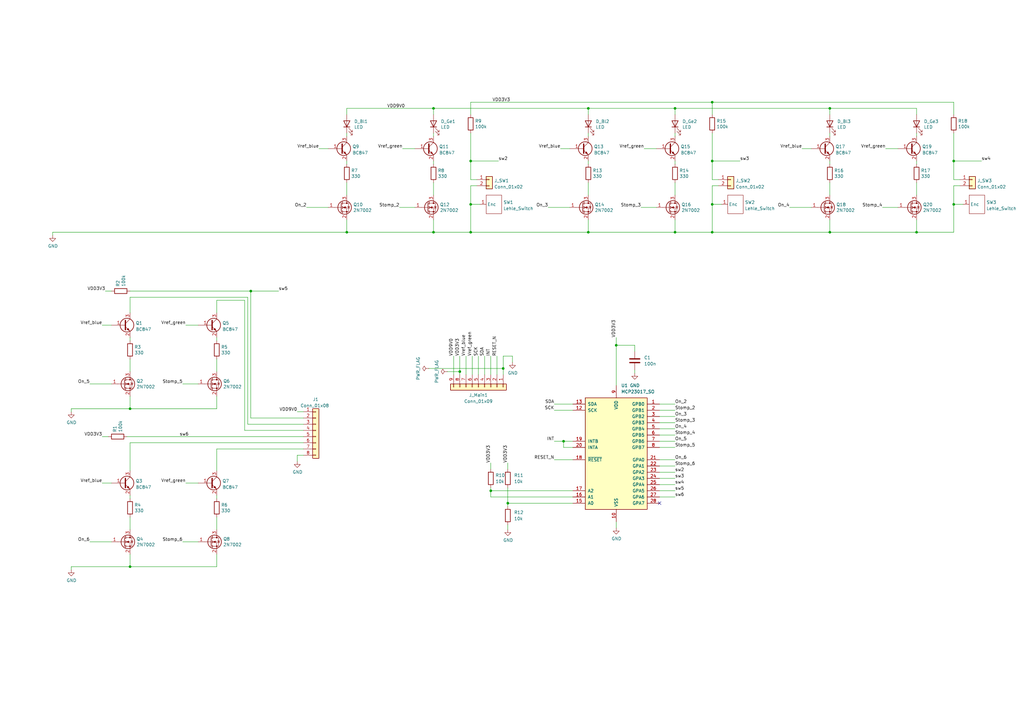
<source format=kicad_sch>
(kicad_sch (version 20211123) (generator eeschema)
  (paper "A3")
  (lib_symbols
    (symbol "Connector_Generic:Conn_01x02" (pin_names (offset 1.016) hide)
      (property "Reference" "J" (at 0 2.54 0))
      (property "Value" "Conn_01x02" (at 0 -5.08 0))
      (symbol "Conn_01x02_1_1"
        (rectangle (start -1.27 -2.413) (end 0 -2.667) (stroke (width 0.1524)))
        (rectangle (start -1.27 0.127) (end 0 -0.127) (stroke (width 0.1524)))
        (rectangle (start -1.27 1.27) (end 1.27 -3.81) (stroke (width 0.254)) (fill (type background)))
        (pin passive line (at -5.08 0 0) (length 3.81) (name "Pin_1") (number "1"))
        (pin passive line (at -5.08 -2.54 0) (length 3.81) (name "Pin_2") (number "2"))
      )
    )
    (symbol "Connector_Generic:Conn_01x08" (pin_names (offset 1.016) hide)
      (property "Reference" "J" (at 0 10.16 0))
      (property "Value" "Conn_01x08" (at 0 -12.7 0))
      (symbol "Conn_01x08_1_1"
        (rectangle (start -1.27 -10.033) (end 0 -10.287) (stroke (width 0.1524)))
        (rectangle (start -1.27 -7.493) (end 0 -7.747) (stroke (width 0.1524)))
        (rectangle (start -1.27 -4.953) (end 0 -5.207) (stroke (width 0.1524)))
        (rectangle (start -1.27 -2.413) (end 0 -2.667) (stroke (width 0.1524)))
        (rectangle (start -1.27 0.127) (end 0 -0.127) (stroke (width 0.1524)))
        (rectangle (start -1.27 2.667) (end 0 2.413) (stroke (width 0.1524)))
        (rectangle (start -1.27 5.207) (end 0 4.953) (stroke (width 0.1524)))
        (rectangle (start -1.27 7.747) (end 0 7.493) (stroke (width 0.1524)))
        (rectangle (start -1.27 8.89) (end 1.27 -11.43) (stroke (width 0.254)) (fill (type background)))
        (pin passive line (at -5.08 7.62 0) (length 3.81) (name "Pin_1") (number "1"))
        (pin passive line (at -5.08 5.08 0) (length 3.81) (name "Pin_2") (number "2"))
        (pin passive line (at -5.08 2.54 0) (length 3.81) (name "Pin_3") (number "3"))
        (pin passive line (at -5.08 0 0) (length 3.81) (name "Pin_4") (number "4"))
        (pin passive line (at -5.08 -2.54 0) (length 3.81) (name "Pin_5") (number "5"))
        (pin passive line (at -5.08 -5.08 0) (length 3.81) (name "Pin_6") (number "6"))
        (pin passive line (at -5.08 -7.62 0) (length 3.81) (name "Pin_7") (number "7"))
        (pin passive line (at -5.08 -10.16 0) (length 3.81) (name "Pin_8") (number "8"))
      )
    )
    (symbol "Connector_Generic:Conn_01x09" (pin_names (offset 1.016) hide)
      (property "Reference" "J" (at 0 12.7 0))
      (property "Value" "Conn_01x09" (at 0 -12.7 0))
      (symbol "Conn_01x09_1_1"
        (rectangle (start -1.27 -10.033) (end 0 -10.287) (stroke (width 0.1524)))
        (rectangle (start -1.27 -7.493) (end 0 -7.747) (stroke (width 0.1524)))
        (rectangle (start -1.27 -4.953) (end 0 -5.207) (stroke (width 0.1524)))
        (rectangle (start -1.27 -2.413) (end 0 -2.667) (stroke (width 0.1524)))
        (rectangle (start -1.27 0.127) (end 0 -0.127) (stroke (width 0.1524)))
        (rectangle (start -1.27 2.667) (end 0 2.413) (stroke (width 0.1524)))
        (rectangle (start -1.27 5.207) (end 0 4.953) (stroke (width 0.1524)))
        (rectangle (start -1.27 7.747) (end 0 7.493) (stroke (width 0.1524)))
        (rectangle (start -1.27 10.287) (end 0 10.033) (stroke (width 0.1524)))
        (rectangle (start -1.27 11.43) (end 1.27 -11.43) (stroke (width 0.254)) (fill (type background)))
        (pin passive line (at -5.08 10.16 0) (length 3.81) (name "Pin_1") (number "1"))
        (pin passive line (at -5.08 7.62 0) (length 3.81) (name "Pin_2") (number "2"))
        (pin passive line (at -5.08 5.08 0) (length 3.81) (name "Pin_3") (number "3"))
        (pin passive line (at -5.08 2.54 0) (length 3.81) (name "Pin_4") (number "4"))
        (pin passive line (at -5.08 0 0) (length 3.81) (name "Pin_5") (number "5"))
        (pin passive line (at -5.08 -2.54 0) (length 3.81) (name "Pin_6") (number "6"))
        (pin passive line (at -5.08 -5.08 0) (length 3.81) (name "Pin_7") (number "7"))
        (pin passive line (at -5.08 -7.62 0) (length 3.81) (name "Pin_8") (number "8"))
        (pin passive line (at -5.08 -10.16 0) (length 3.81) (name "Pin_9") (number "9"))
      )
    )
    (symbol "Device:C" (pin_numbers hide) (pin_names (offset 0.254))
      (property "Reference" "C" (at 0.635 2.54 0))
      (property "Value" "C" (at 0.635 -2.54 0))
      (symbol "C_0_1"
        (polyline (pts (xy -2.032 -0.762) (xy 2.032 -0.762)) (stroke (width 0.508)))
        (polyline (pts (xy -2.032 0.762) (xy 2.032 0.762)) (stroke (width 0.508)))
      )
      (symbol "C_1_1"
        (pin passive line (at 0 3.81 270) (length 2.794) (name "~") (number "1"))
        (pin passive line (at 0 -3.81 90) (length 2.794) (name "~") (number "2"))
      )
    )
    (symbol "Device:LED" (pin_numbers hide) (pin_names (offset 1.016) hide)
      (property "Reference" "D" (at 0 2.54 0))
      (property "Value" "LED" (at 0 -2.54 0))
      (symbol "LED_0_1"
        (polyline (pts (xy -1.27 -1.27) (xy -1.27 1.27)) (stroke (width 0.254)))
        (polyline (pts (xy -1.27 0) (xy 1.27 0)))
        (polyline (pts (xy 1.27 -1.27) (xy 1.27 1.27) (xy -1.27 0) (xy 1.27 -1.27)) (stroke (width 0.254)))
        (polyline (pts (xy -3.048 -0.762) (xy -4.572 -2.286) (xy -3.81 -2.286) (xy -4.572 -2.286) (xy -4.572 -1.524)))
        (polyline (pts (xy -1.778 -0.762) (xy -3.302 -2.286) (xy -2.54 -2.286) (xy -3.302 -2.286) (xy -3.302 -1.524)))
      )
      (symbol "LED_1_1"
        (pin passive line (at -3.81 0 0) (length 2.54) (name "K") (number "1"))
        (pin passive line (at 3.81 0 180) (length 2.54) (name "A") (number "2"))
      )
    )
    (symbol "Device:R" (pin_numbers hide) (pin_names (offset 0))
      (property "Reference" "R" (at 2.032 0 90))
      (property "Value" "R" (at 0 0 90))
      (symbol "R_0_1"
        (rectangle (start -1.016 -2.54) (end 1.016 2.54) (stroke (width 0.254)))
      )
      (symbol "R_1_1"
        (pin passive line (at 0 3.81 270) (length 1.27) (name "~") (number "1"))
        (pin passive line (at 0 -3.81 90) (length 1.27) (name "~") (number "2"))
      )
    )
    (symbol "Interface_Expansion:MCP23017_SO" (pin_names (offset 1.016))
      (property "Reference" "U" (at -11.43 24.13 0))
      (property "Value" "MCP23017_SO" (at 0 0 0))
      (symbol "MCP23017_SO_0_1"
        (rectangle (start -12.7 22.86) (end 12.7 -22.86) (stroke (width 0.254)) (fill (type background)))
      )
      (symbol "MCP23017_SO_1_1"
        (pin bidirectional line (at 17.78 20.32 180) (length 5.08) (name "GPB0") (number "1"))
        (pin power_in line (at 0 -27.94 90) (length 5.08) (name "VSS") (number "10"))
        (pin no_connect line (at -12.7 15.24 0) (length 5.08) hide (name "NC") (number "11"))
        (pin input line (at -17.78 17.78 0) (length 5.08) (name "SCK") (number "12"))
        (pin bidirectional line (at -17.78 20.32 0) (length 5.08) (name "SDA") (number "13"))
        (pin no_connect line (at -12.7 12.7 0) (length 5.08) hide (name "NC") (number "14"))
        (pin input line (at -17.78 -20.32 0) (length 5.08) (name "A0") (number "15"))
        (pin input line (at -17.78 -17.78 0) (length 5.08) (name "A1") (number "16"))
        (pin input line (at -17.78 -15.24 0) (length 5.08) (name "A2") (number "17"))
        (pin input line (at -17.78 -2.54 0) (length 5.08) (name "~{RESET}") (number "18"))
        (pin tri_state line (at -17.78 5.08 0) (length 5.08) (name "INTB") (number "19"))
        (pin bidirectional line (at 17.78 17.78 180) (length 5.08) (name "GPB1") (number "2"))
        (pin tri_state line (at -17.78 2.54 0) (length 5.08) (name "INTA") (number "20"))
        (pin bidirectional line (at 17.78 -2.54 180) (length 5.08) (name "GPA0") (number "21"))
        (pin bidirectional line (at 17.78 -5.08 180) (length 5.08) (name "GPA1") (number "22"))
        (pin bidirectional line (at 17.78 -7.62 180) (length 5.08) (name "GPA2") (number "23"))
        (pin bidirectional line (at 17.78 -10.16 180) (length 5.08) (name "GPA3") (number "24"))
        (pin bidirectional line (at 17.78 -12.7 180) (length 5.08) (name "GPA4") (number "25"))
        (pin bidirectional line (at 17.78 -15.24 180) (length 5.08) (name "GPA5") (number "26"))
        (pin bidirectional line (at 17.78 -17.78 180) (length 5.08) (name "GPA6") (number "27"))
        (pin bidirectional line (at 17.78 -20.32 180) (length 5.08) (name "GPA7") (number "28"))
        (pin bidirectional line (at 17.78 15.24 180) (length 5.08) (name "GPB2") (number "3"))
        (pin bidirectional line (at 17.78 12.7 180) (length 5.08) (name "GPB3") (number "4"))
        (pin bidirectional line (at 17.78 10.16 180) (length 5.08) (name "GPB4") (number "5"))
        (pin bidirectional line (at 17.78 7.62 180) (length 5.08) (name "GPB5") (number "6"))
        (pin bidirectional line (at 17.78 5.08 180) (length 5.08) (name "GPB6") (number "7"))
        (pin bidirectional line (at 17.78 2.54 180) (length 5.08) (name "GPB7") (number "8"))
        (pin power_in line (at 0 27.94 270) (length 5.08) (name "VDD") (number "9"))
      )
    )
    (symbol "KiCad_Libs:Lehle_Switch"
      (property "Reference" "SW" (at 11.43 0 0))
      (property "Value" "Lehle_Switch" (at 15.24 2.54 0))
      (symbol "Lehle_Switch_0_1"
        (rectangle (start 2.54 3.81) (end 8.89 -3.81) (stroke (width 0.1524)))
      )
      (symbol "Lehle_Switch_1_1"
        (pin input line (at 0 0 0) (length 2.54) (name "Enc") (number "1"))
      )
    )
    (symbol "Transistor_BJT:BC847" (pin_names (offset 0) hide)
      (property "Reference" "Q" (at 5.08 1.905 0))
      (property "Value" "BC847" (at 5.08 0 0))
      (symbol "BC847_0_1"
        (polyline (pts (xy 0.635 0.635) (xy 2.54 2.54)))
        (polyline (pts (xy 0.635 -0.635) (xy 2.54 -2.54) (xy 2.54 -2.54)))
        (polyline (pts (xy 0.635 1.905) (xy 0.635 -1.905) (xy 0.635 -1.905)) (stroke (width 0.508)))
        (polyline (pts (xy 1.27 -1.778) (xy 1.778 -1.27) (xy 2.286 -2.286) (xy 1.27 -1.778) (xy 1.27 -1.778)) (fill (type outline)))
        (circle (center 1.27 0) (radius 2.8194) (stroke (width 0.254)))
      )
      (symbol "BC847_1_1"
        (pin input line (at -5.08 0 0) (length 5.715) (name "B") (number "1"))
        (pin passive line (at 2.54 -5.08 90) (length 2.54) (name "E") (number "2"))
        (pin passive line (at 2.54 5.08 270) (length 2.54) (name "C") (number "3"))
      )
    )
    (symbol "Transistor_FET:2N7002" (pin_names hide)
      (property "Reference" "Q" (at 5.08 1.905 0))
      (property "Value" "2N7002" (at 5.08 0 0))
      (symbol "2N7002_0_1"
        (polyline (pts (xy 0.254 0) (xy -2.54 0)))
        (polyline (pts (xy 0.254 1.905) (xy 0.254 -1.905)) (stroke (width 0.254)))
        (polyline (pts (xy 0.762 -1.27) (xy 0.762 -2.286)) (stroke (width 0.254)))
        (polyline (pts (xy 0.762 0.508) (xy 0.762 -0.508)) (stroke (width 0.254)))
        (polyline (pts (xy 0.762 2.286) (xy 0.762 1.27)) (stroke (width 0.254)))
        (polyline (pts (xy 2.54 2.54) (xy 2.54 1.778)))
        (polyline (pts (xy 2.54 -2.54) (xy 2.54 0) (xy 0.762 0)))
        (polyline (pts (xy 0.762 -1.778) (xy 3.302 -1.778) (xy 3.302 1.778) (xy 0.762 1.778)))
        (polyline (pts (xy 1.016 0) (xy 2.032 0.381) (xy 2.032 -0.381) (xy 1.016 0)) (fill (type outline)))
        (polyline (pts (xy 2.794 0.508) (xy 2.921 0.381) (xy 3.683 0.381) (xy 3.81 0.254)))
        (polyline (pts (xy 3.302 0.381) (xy 2.921 -0.254) (xy 3.683 -0.254) (xy 3.302 0.381)))
        (circle (center 1.651 0) (radius 2.794) (stroke (width 0.254)))
        (circle (center 2.54 -1.778) (radius 0.254) (fill (type outline)))
        (circle (center 2.54 1.778) (radius 0.254) (fill (type outline)))
      )
      (symbol "2N7002_1_1"
        (pin input line (at -5.08 0 0) (length 2.54) (name "G") (number "1"))
        (pin passive line (at 2.54 -5.08 90) (length 2.54) (name "S") (number "2"))
        (pin passive line (at 2.54 5.08 270) (length 2.54) (name "D") (number "3"))
      )
    )
    (symbol "power:GND" (power) (pin_names (offset 0))
      (property "Value" "GND" (at 0 -3.81 0))
      (symbol "GND_0_1"
        (polyline (pts (xy 0 0) (xy 0 -1.27) (xy 1.27 -1.27) (xy 0 -2.54) (xy -1.27 -1.27) (xy 0 -1.27)))
      )
      (symbol "GND_1_1"
        (pin power_in line (at 0 0 270) (length 0) hide (name "GND") (number "1"))
      )
    )
    (symbol "power:PWR_FLAG" (power) (pin_numbers hide) (pin_names (offset 0) hide)
      (property "Value" "PWR_FLAG" (at 0 3.81 0))
      (symbol "PWR_FLAG_0_0"
        (pin power_out line (at 0 0 90) (length 0) (name "pwr") (number "1"))
      )
      (symbol "PWR_FLAG_0_1"
        (polyline (pts (xy 0 0) (xy 0 1.27) (xy -1.016 1.905) (xy 0 2.54) (xy 1.016 1.905) (xy 0 1.27)))
      )
    )
  )
  (junction (at 206.375 151.13))
  (junction (at 231.14 180.975))
  (junction (at 193.04 66.04))
  (junction (at 102.87 119.38))
  (junction (at 340.36 44.45))
  (junction (at 193.04 83.82))
  (junction (at 292.1 83.82))
  (junction (at 193.04 95.25))
  (junction (at 340.36 95.25))
  (junction (at 208.28 206.375))
  (junction (at 241.3 95.25))
  (junction (at 391.16 83.82))
  (junction (at 188.595 152.4))
  (junction (at 177.8 95.25))
  (junction (at 53.34 167.64))
  (junction (at 252.73 141.605))
  (junction (at 292.1 66.04))
  (junction (at 241.3 44.45))
  (junction (at 292.1 95.25))
  (junction (at 292.1 41.91))
  (junction (at 201.295 201.295))
  (junction (at 391.16 66.04))
  (junction (at 276.86 95.25))
  (junction (at 177.8 44.45))
  (junction (at 142.24 95.25))
  (junction (at 276.86 44.45))
  (junction (at 53.34 232.41))
  (junction (at 375.92 95.25))
  (no_connect (at 270.51 206.375))
  (wire (pts (xy 100.33 123.19) (xy 100.33 176.53)))
  (wire (pts (xy 121.92 186.69) (xy 124.46 186.69)))
  (wire (pts (xy 391.16 73.66) (xy 393.7 73.66)))
  (wire (pts (xy 193.675 146.05) (xy 193.675 153.67)))
  (wire (pts (xy 241.3 44.45) (xy 241.3 46.99)))
  (wire (pts (xy 292.1 41.91) (xy 391.16 41.91)))
  (wire (pts (xy 264.16 60.96) (xy 269.24 60.96)))
  (wire (pts (xy 224.79 85.09) (xy 233.68 85.09)))
  (wire (pts (xy 193.04 76.2) (xy 193.04 83.82)))
  (wire (pts (xy 391.16 83.82) (xy 391.16 95.25)))
  (wire (pts (xy 193.04 83.82) (xy 196.85 83.82)))
  (wire (pts (xy 177.8 54.61) (xy 177.8 55.88)))
  (wire (pts (xy 88.9 184.15) (xy 88.9 193.04)))
  (wire (pts (xy 323.85 85.09) (xy 332.74 85.09)))
  (wire (pts (xy 270.51 178.435) (xy 276.86 178.435)))
  (wire (pts (xy 53.34 232.41) (xy 88.9 232.41)))
  (wire (pts (xy 292.1 46.99) (xy 292.1 41.91)))
  (wire (pts (xy 276.86 198.755) (xy 270.51 198.755)))
  (wire (pts (xy 21.59 96.52) (xy 21.59 95.25)))
  (wire (pts (xy 391.16 54.61) (xy 391.16 66.04)))
  (wire (pts (xy 88.9 147.32) (xy 88.9 152.4)))
  (wire (pts (xy 177.8 66.04) (xy 177.8 67.31)))
  (wire (pts (xy 53.34 147.32) (xy 53.34 152.4)))
  (wire (pts (xy 201.295 200.025) (xy 201.295 201.295)))
  (wire (pts (xy 88.9 227.33) (xy 88.9 232.41)))
  (wire (pts (xy 227.33 188.595) (xy 234.95 188.595)))
  (wire (pts (xy 53.34 181.61) (xy 124.46 181.61)))
  (wire (pts (xy 276.86 193.675) (xy 270.51 193.675)))
  (wire (pts (xy 29.21 167.64) (xy 53.34 167.64)))
  (wire (pts (xy 201.295 189.865) (xy 201.295 192.405)))
  (wire (pts (xy 193.04 66.04) (xy 193.04 73.66)))
  (wire (pts (xy 175.895 151.13) (xy 206.375 151.13)))
  (wire (pts (xy 241.3 74.93) (xy 241.3 80.01)))
  (wire (pts (xy 292.1 66.04) (xy 303.53 66.04)))
  (wire (pts (xy 262.89 85.09) (xy 269.24 85.09)))
  (wire (pts (xy 340.36 46.99) (xy 340.36 44.45)))
  (wire (pts (xy 36.83 157.48) (xy 45.72 157.48)))
  (wire (pts (xy 234.95 201.295) (xy 201.295 201.295)))
  (wire (pts (xy 121.92 168.91) (xy 124.46 168.91)))
  (wire (pts (xy 177.8 46.99) (xy 177.8 44.45)))
  (wire (pts (xy 375.92 66.04) (xy 375.92 67.31)))
  (wire (pts (xy 53.34 212.09) (xy 53.34 217.17)))
  (wire (pts (xy 193.04 95.25) (xy 177.8 95.25)))
  (wire (pts (xy 36.83 222.25) (xy 45.72 222.25)))
  (wire (pts (xy 340.36 95.25) (xy 375.92 95.25)))
  (wire (pts (xy 292.1 83.82) (xy 292.1 95.25)))
  (wire (pts (xy 53.34 119.38) (xy 102.87 119.38)))
  (wire (pts (xy 252.73 138.43) (xy 252.73 141.605)))
  (wire (pts (xy 88.9 203.2) (xy 88.9 204.47)))
  (wire (pts (xy 53.34 121.92) (xy 101.6 121.92)))
  (wire (pts (xy 276.86 74.93) (xy 276.86 80.01)))
  (wire (pts (xy 391.16 66.04) (xy 402.59 66.04)))
  (wire (pts (xy 206.375 151.13) (xy 206.375 153.67)))
  (wire (pts (xy 186.055 146.05) (xy 186.055 153.67)))
  (wire (pts (xy 270.51 183.515) (xy 276.86 183.515)))
  (wire (pts (xy 53.34 121.92) (xy 53.34 128.27)))
  (wire (pts (xy 41.91 133.35) (xy 45.72 133.35)))
  (wire (pts (xy 227.33 165.735) (xy 234.95 165.735)))
  (wire (pts (xy 41.91 179.07) (xy 44.45 179.07)))
  (wire (pts (xy 391.16 76.2) (xy 391.16 83.82)))
  (wire (pts (xy 165.1 60.96) (xy 170.18 60.96)))
  (wire (pts (xy 193.04 41.91) (xy 193.04 46.99)))
  (wire (pts (xy 292.1 76.2) (xy 292.1 83.82)))
  (wire (pts (xy 270.51 188.595) (xy 276.86 188.595)))
  (wire (pts (xy 276.86 201.295) (xy 270.51 201.295)))
  (wire (pts (xy 391.16 41.91) (xy 391.16 46.99)))
  (wire (pts (xy 292.1 95.25) (xy 340.36 95.25)))
  (wire (pts (xy 234.95 203.835) (xy 201.295 203.835)))
  (wire (pts (xy 292.1 54.61) (xy 292.1 66.04)))
  (wire (pts (xy 43.18 119.38) (xy 45.72 119.38)))
  (wire (pts (xy 88.9 123.19) (xy 88.9 128.27)))
  (wire (pts (xy 21.59 95.25) (xy 142.24 95.25)))
  (wire (pts (xy 292.1 66.04) (xy 292.1 73.66)))
  (wire (pts (xy 391.16 83.82) (xy 394.97 83.82)))
  (wire (pts (xy 270.51 175.895) (xy 276.86 175.895)))
  (wire (pts (xy 188.595 152.4) (xy 188.595 153.67)))
  (wire (pts (xy 29.21 233.68) (xy 29.21 232.41)))
  (wire (pts (xy 241.3 95.25) (xy 276.86 95.25)))
  (wire (pts (xy 391.16 66.04) (xy 391.16 73.66)))
  (wire (pts (xy 142.24 90.17) (xy 142.24 95.25)))
  (wire (pts (xy 340.36 44.45) (xy 375.92 44.45)))
  (wire (pts (xy 206.375 146.05) (xy 206.375 151.13)))
  (wire (pts (xy 208.28 215.265) (xy 208.28 217.17)))
  (wire (pts (xy 276.86 90.17) (xy 276.86 95.25)))
  (wire (pts (xy 29.21 168.91) (xy 29.21 167.64)))
  (wire (pts (xy 208.28 189.865) (xy 208.28 192.405)))
  (wire (pts (xy 74.93 157.48) (xy 81.28 157.48)))
  (wire (pts (xy 201.295 201.295) (xy 201.295 203.835)))
  (wire (pts (xy 208.28 206.375) (xy 208.28 207.645)))
  (wire (pts (xy 163.83 85.09) (xy 170.18 85.09)))
  (wire (pts (xy 234.95 183.515) (xy 231.14 183.515)))
  (wire (pts (xy 270.51 168.275) (xy 276.86 168.275)))
  (wire (pts (xy 340.36 66.04) (xy 340.36 67.31)))
  (wire (pts (xy 340.36 54.61) (xy 340.36 55.88)))
  (wire (pts (xy 41.91 198.12) (xy 45.72 198.12)))
  (wire (pts (xy 375.92 74.93) (xy 375.92 80.01)))
  (wire (pts (xy 227.33 180.975) (xy 231.14 180.975)))
  (wire (pts (xy 252.73 141.605) (xy 260.35 141.605)))
  (wire (pts (xy 276.86 46.99) (xy 276.86 44.45)))
  (wire (pts (xy 198.755 146.05) (xy 198.755 153.67)))
  (wire (pts (xy 88.9 162.56) (xy 88.9 167.64)))
  (wire (pts (xy 193.04 83.82) (xy 193.04 95.25)))
  (wire (pts (xy 363.22 60.96) (xy 368.3 60.96)))
  (wire (pts (xy 102.87 119.38) (xy 102.87 171.45)))
  (wire (pts (xy 193.04 41.91) (xy 292.1 41.91)))
  (wire (pts (xy 142.24 54.61) (xy 142.24 55.88)))
  (wire (pts (xy 270.51 191.135) (xy 276.86 191.135)))
  (wire (pts (xy 53.34 203.2) (xy 53.34 204.47)))
  (wire (pts (xy 241.3 44.45) (xy 276.86 44.45)))
  (wire (pts (xy 53.34 162.56) (xy 53.34 167.64)))
  (wire (pts (xy 193.04 54.61) (xy 193.04 66.04)))
  (wire (pts (xy 193.04 95.25) (xy 241.3 95.25)))
  (wire (pts (xy 260.35 144.145) (xy 260.35 141.605)))
  (wire (pts (xy 208.28 200.025) (xy 208.28 206.375)))
  (wire (pts (xy 210.185 148.59) (xy 210.185 146.05)))
  (wire (pts (xy 142.24 46.99) (xy 142.24 44.45)))
  (wire (pts (xy 101.6 121.92) (xy 101.6 173.99)))
  (wire (pts (xy 201.295 146.05) (xy 201.295 153.67)))
  (wire (pts (xy 292.1 83.82) (xy 295.91 83.82)))
  (wire (pts (xy 340.36 74.93) (xy 340.36 80.01)))
  (wire (pts (xy 53.34 227.33) (xy 53.34 232.41)))
  (wire (pts (xy 252.73 216.535) (xy 252.73 213.995)))
  (wire (pts (xy 227.33 168.275) (xy 234.95 168.275)))
  (wire (pts (xy 276.86 203.835) (xy 270.51 203.835)))
  (wire (pts (xy 270.51 173.355) (xy 276.86 173.355)))
  (wire (pts (xy 177.8 44.45) (xy 241.3 44.45)))
  (wire (pts (xy 393.7 76.2) (xy 391.16 76.2)))
  (wire (pts (xy 361.95 85.09) (xy 368.3 85.09)))
  (wire (pts (xy 241.3 66.04) (xy 241.3 67.31)))
  (wire (pts (xy 231.14 180.975) (xy 234.95 180.975)))
  (wire (pts (xy 88.9 123.19) (xy 100.33 123.19)))
  (wire (pts (xy 276.86 44.45) (xy 340.36 44.45)))
  (wire (pts (xy 142.24 95.25) (xy 177.8 95.25)))
  (wire (pts (xy 183.515 152.4) (xy 188.595 152.4)))
  (wire (pts (xy 270.51 170.815) (xy 276.86 170.815)))
  (wire (pts (xy 102.87 171.45) (xy 124.46 171.45)))
  (wire (pts (xy 177.8 74.93) (xy 177.8 80.01)))
  (wire (pts (xy 270.51 165.735) (xy 276.86 165.735)))
  (wire (pts (xy 276.86 66.04) (xy 276.86 67.31)))
  (wire (pts (xy 88.9 138.43) (xy 88.9 139.7)))
  (wire (pts (xy 191.135 146.05) (xy 191.135 153.67)))
  (wire (pts (xy 53.34 138.43) (xy 53.34 139.7)))
  (wire (pts (xy 229.87 60.96) (xy 233.68 60.96)))
  (wire (pts (xy 328.93 60.96) (xy 332.74 60.96)))
  (wire (pts (xy 252.73 141.605) (xy 252.73 158.115)))
  (wire (pts (xy 88.9 184.15) (xy 124.46 184.15)))
  (wire (pts (xy 270.51 180.975) (xy 276.86 180.975)))
  (wire (pts (xy 276.86 196.215) (xy 270.51 196.215)))
  (wire (pts (xy 53.34 167.64) (xy 88.9 167.64)))
  (wire (pts (xy 208.28 206.375) (xy 234.95 206.375)))
  (wire (pts (xy 88.9 212.09) (xy 88.9 217.17)))
  (wire (pts (xy 76.2 133.35) (xy 81.28 133.35)))
  (wire (pts (xy 121.92 189.23) (xy 121.92 186.69)))
  (wire (pts (xy 260.35 153.035) (xy 260.35 151.765)))
  (wire (pts (xy 125.73 85.09) (xy 134.62 85.09)))
  (wire (pts (xy 52.07 179.07) (xy 124.46 179.07)))
  (wire (pts (xy 206.375 146.05) (xy 210.185 146.05)))
  (wire (pts (xy 340.36 90.17) (xy 340.36 95.25)))
  (wire (pts (xy 276.86 54.61) (xy 276.86 55.88)))
  (wire (pts (xy 193.04 66.04) (xy 204.47 66.04)))
  (wire (pts (xy 292.1 73.66) (xy 294.64 73.66)))
  (wire (pts (xy 188.595 146.05) (xy 188.595 152.4)))
  (wire (pts (xy 142.24 66.04) (xy 142.24 67.31)))
  (wire (pts (xy 231.14 180.975) (xy 231.14 183.515)))
  (wire (pts (xy 241.3 54.61) (xy 241.3 55.88)))
  (wire (pts (xy 142.24 74.93) (xy 142.24 80.01)))
  (wire (pts (xy 203.835 146.05) (xy 203.835 153.67)))
  (wire (pts (xy 130.81 60.96) (xy 134.62 60.96)))
  (wire (pts (xy 193.04 73.66) (xy 195.58 73.66)))
  (wire (pts (xy 241.3 90.17) (xy 241.3 95.25)))
  (wire (pts (xy 391.16 95.25) (xy 375.92 95.25)))
  (wire (pts (xy 101.6 173.99) (xy 124.46 173.99)))
  (wire (pts (xy 100.33 176.53) (xy 124.46 176.53)))
  (wire (pts (xy 294.64 76.2) (xy 292.1 76.2)))
  (wire (pts (xy 196.215 146.05) (xy 196.215 153.67)))
  (wire (pts (xy 177.8 90.17) (xy 177.8 95.25)))
  (wire (pts (xy 375.92 90.17) (xy 375.92 95.25)))
  (wire (pts (xy 292.1 95.25) (xy 276.86 95.25)))
  (wire (pts (xy 195.58 76.2) (xy 193.04 76.2)))
  (wire (pts (xy 74.93 222.25) (xy 81.28 222.25)))
  (wire (pts (xy 102.87 119.38) (xy 114.3 119.38)))
  (wire (pts (xy 142.24 44.45) (xy 177.8 44.45)))
  (wire (pts (xy 375.92 54.61) (xy 375.92 55.88)))
  (wire (pts (xy 53.34 181.61) (xy 53.34 193.04)))
  (wire (pts (xy 76.2 198.12) (xy 81.28 198.12)))
  (wire (pts (xy 29.21 232.41) (xy 53.34 232.41)))
  (wire (pts (xy 375.92 44.45) (xy 375.92 46.99)))
  (label "Stomp_6" (at 276.86 191.135 0))
  (label "INT" (at 201.295 146.05 90))
  (label "sw3" (at 276.86 196.215 0))
  (label "sw5" (at 114.3 119.38 0))
  (label "SDA" (at 198.755 146.05 90))
  (label "sw2" (at 276.86 193.675 0))
  (label "VDD9V0" (at 186.055 146.05 90))
  (label "Vref_green" (at 264.16 60.96 180))
  (label "Vref_blue" (at 328.93 60.96 180))
  (label "Vref_blue" (at 41.91 133.35 180))
  (label "Stomp_2" (at 276.86 168.275 0))
  (label "On_4" (at 323.85 85.09 180))
  (label "Vref_green" (at 193.675 146.05 90))
  (label "Vref_green" (at 76.2 133.35 180))
  (label "On_6" (at 276.86 188.595 0))
  (label "On_4" (at 276.86 175.895 0))
  (label "Vref_blue" (at 191.135 146.05 90))
  (label "On_6" (at 36.83 222.25 180))
  (label "sw4" (at 402.59 66.04 0))
  (label "VDD9V0" (at 121.92 168.91 180))
  (label "VDD3V3" (at 208.28 189.865 90))
  (label "sw5" (at 276.86 201.295 0))
  (label "sw6" (at 276.86 203.835 0))
  (label "sw3" (at 303.53 66.04 0))
  (label "Stomp_5" (at 74.93 157.48 180))
  (label "VDD3V3" (at 252.73 138.43 90))
  (label "On_2" (at 276.86 165.735 0))
  (label "VDD3V3" (at 201.93 41.91 0))
  (label "Stomp_6" (at 74.93 222.25 180))
  (label "INT" (at 227.33 180.975 180))
  (label "On_3" (at 224.79 85.09 180))
  (label "Stomp_5" (at 276.86 183.515 0))
  (label "sw4" (at 276.86 198.755 0))
  (label "RESET_N" (at 227.33 188.595 180))
  (label "VDD3V3" (at 43.18 119.38 180))
  (label "sw2" (at 204.47 66.04 0))
  (label "Stomp_4" (at 361.95 85.09 180))
  (label "SCK" (at 227.33 168.275 180))
  (label "Stomp_2" (at 163.83 85.09 180))
  (label "Vref_blue" (at 41.91 198.12 180))
  (label "SDA" (at 227.33 165.735 180))
  (label "Vref_green" (at 363.22 60.96 180))
  (label "SCK" (at 196.215 146.05 90))
  (label "Vref_green" (at 76.2 198.12 180))
  (label "sw6" (at 73.66 179.07 0))
  (label "VDD3V3" (at 201.295 189.865 90))
  (label "RESET_N" (at 203.835 146.05 90))
  (label "Vref_blue" (at 229.87 60.96 180))
  (label "On_3" (at 276.86 170.815 0))
  (label "On_5" (at 36.83 157.48 180))
  (label "VDD3V3" (at 188.595 146.05 90))
  (label "VDD3V3" (at 41.91 179.07 180))
  (label "VDD9V0" (at 158.75 44.45 0))
  (label "On_5" (at 276.86 180.975 0))
  (label "Vref_green" (at 165.1 60.96 180))
  (label "Stomp_4" (at 276.86 178.435 0))
  (label "Stomp_3" (at 276.86 173.355 0))
  (label "On_2" (at 125.73 85.09 180))
  (label "Vref_blue" (at 130.81 60.96 180))
  (label "Stomp_3" (at 262.89 85.09 180))
  (symbol (lib_id "power:GND") (at 21.59 96.52 0) (unit 1)
    (property "Reference" "#PWR01" (effects hide))
    (property "Value" "GND" (at 21.717 100.9142 0))
  )
  (symbol (lib_id "KiCad_Libs:Lehle_Switch") (at 295.91 83.82 0) (unit 1)
    (property "Reference" "SW2" (at 305.5112 82.9853 0) (effects (justify left)))
    (property "Value" "Lehle_Switch" (at 305.5112 85.5222 0) (effects (justify left)))
    (property "Footprint" "KiCad_Libs:LehleSwitch" (effects hide))
  )
  (symbol (lib_id "Device:R") (at 201.295 196.215 0) (unit 1)
    (property "Reference" "R10" (at 203.2 194.9449 0) (effects (justify left)))
    (property "Value" "10k" (at 203.2 197.4849 0) (effects (justify left)))
    (property "Footprint" "Resistor_SMD:R_0805_2012Metric_Pad1.20x1.40mm_HandSolder" (effects hide))
  )
  (symbol (lib_id "Device:R") (at 241.3 71.12 0) (unit 1)
    (property "Reference" "R13" (at 243.078 69.9516 0) (effects (justify left)))
    (property "Value" "330" (at 243.078 72.263 0) (effects (justify left)))
    (property "Footprint" "Resistor_SMD:R_0805_2012Metric_Pad1.20x1.40mm_HandSolder" (effects hide))
  )
  (symbol (lib_id "Transistor_BJT:BC847") (at 274.32 60.96 0) (unit 1)
    (property "Reference" "Q15" (at 279.1714 60.1253 0) (effects (justify left)))
    (property "Value" "BC847" (at 279.1714 62.6622 0) (effects (justify left)))
    (property "Footprint" "Package_TO_SOT_SMD:SOT-23" (effects hide))
    (property "Datasheet" "http://www.infineon.com/dgdl/Infineon-BC847SERIES_BC848SERIES_BC849SERIES_BC850SERIES-DS-v01_01-en.pdf?fileId=db3a304314dca389011541d4630a1657" (effects hide))
  )
  (symbol (lib_id "Device:R") (at 53.34 208.28 0) (unit 1)
    (property "Reference" "R4" (at 55.118 207.1116 0) (effects (justify left)))
    (property "Value" "330" (at 55.118 209.423 0) (effects (justify left)))
    (property "Footprint" "Resistor_SMD:R_0805_2012Metric_Pad1.20x1.40mm_HandSolder" (effects hide))
  )
  (symbol (lib_id "Transistor_FET:2N7002") (at 86.36 157.48 0) (unit 1)
    (property "Reference" "Q6" (at 91.5416 156.3116 0) (effects (justify left)))
    (property "Value" "2N7002" (at 91.5416 158.623 0) (effects (justify left)))
    (property "Footprint" "Package_TO_SOT_SMD:SOT-23" (effects hide))
    (property "Datasheet" "https://www.onsemi.com/pub/Collateral/NDS7002A-D.PDF" (effects hide))
  )
  (symbol (lib_id "Transistor_BJT:BC847") (at 139.7 60.96 0) (unit 1)
    (property "Reference" "Q9" (at 144.5514 60.1253 0) (effects (justify left)))
    (property "Value" "BC847" (at 144.5514 62.6622 0) (effects (justify left)))
    (property "Footprint" "Package_TO_SOT_SMD:SOT-23" (effects hide))
    (property "Datasheet" "http://www.infineon.com/dgdl/Infineon-BC847SERIES_BC848SERIES_BC849SERIES_BC850SERIES-DS-v01_01-en.pdf?fileId=db3a304314dca389011541d4630a1657" (effects hide))
  )
  (symbol (lib_id "KiCad_Libs:Lehle_Switch") (at 196.85 83.82 0) (unit 1)
    (property "Reference" "SW1" (at 206.4512 82.9853 0) (effects (justify left)))
    (property "Value" "Lehle_Switch" (at 206.4512 85.5222 0) (effects (justify left)))
    (property "Footprint" "KiCad_Libs:LehleSwitch" (effects hide))
  )
  (symbol (lib_id "power:GND") (at 208.28 217.17 0) (unit 1)
    (property "Reference" "#PWR05" (effects hide))
    (property "Value" "GND" (at 208.407 221.5642 0))
  )
  (symbol (lib_id "Transistor_BJT:BC847") (at 373.38 60.96 0) (unit 1)
    (property "Reference" "Q19" (at 378.2314 60.1253 0) (effects (justify left)))
    (property "Value" "BC847" (at 378.2314 62.6622 0) (effects (justify left)))
    (property "Footprint" "Package_TO_SOT_SMD:SOT-23" (effects hide))
    (property "Datasheet" "http://www.infineon.com/dgdl/Infineon-BC847SERIES_BC848SERIES_BC849SERIES_BC850SERIES-DS-v01_01-en.pdf?fileId=db3a304314dca389011541d4630a1657" (effects hide))
  )
  (symbol (lib_id "Transistor_FET:2N7002") (at 337.82 85.09 0) (unit 1)
    (property "Reference" "Q18" (at 343.0016 83.9216 0) (effects (justify left)))
    (property "Value" "2N7002" (at 343.0016 86.233 0) (effects (justify left)))
    (property "Footprint" "Package_TO_SOT_SMD:SOT-23" (effects hide))
    (property "Datasheet" "https://www.onsemi.com/pub/Collateral/NDS7002A-D.PDF" (effects hide))
  )
  (symbol (lib_id "power:GND") (at 121.92 189.23 0) (unit 1)
    (property "Reference" "#PWR04" (effects hide))
    (property "Value" "GND" (at 122.047 193.6242 0))
  )
  (symbol (lib_id "Device:R") (at 340.36 71.12 0) (unit 1)
    (property "Reference" "R16" (at 342.138 69.9516 0) (effects (justify left)))
    (property "Value" "330" (at 342.138 72.263 0) (effects (justify left)))
    (property "Footprint" "Resistor_SMD:R_0805_2012Metric_Pad1.20x1.40mm_HandSolder" (effects hide))
  )
  (symbol (lib_id "Transistor_BJT:BC847") (at 337.82 60.96 0) (unit 1)
    (property "Reference" "Q17" (at 342.6714 60.1253 0) (effects (justify left)))
    (property "Value" "BC847" (at 342.6714 62.6622 0) (effects (justify left)))
    (property "Footprint" "Package_TO_SOT_SMD:SOT-23" (effects hide))
    (property "Datasheet" "http://www.infineon.com/dgdl/Infineon-BC847SERIES_BC848SERIES_BC849SERIES_BC850SERIES-DS-v01_01-en.pdf?fileId=db3a304314dca389011541d4630a1657" (effects hide))
  )
  (symbol (lib_id "Device:R") (at 208.28 211.455 0) (unit 1)
    (property "Reference" "R12" (at 210.82 210.1849 0) (effects (justify left)))
    (property "Value" "10k" (at 210.82 212.7249 0) (effects (justify left)))
    (property "Footprint" "Resistor_SMD:R_0805_2012Metric_Pad1.20x1.40mm_HandSolder" (effects hide))
  )
  (symbol (lib_id "power:GND") (at 210.185 148.59 0) (unit 1)
    (property "Reference" "#PWR06" (effects hide))
    (property "Value" "GND" (at 210.312 152.9842 0))
  )
  (symbol (lib_id "power:GND") (at 252.73 216.535 0) (unit 1)
    (property "Reference" "#PWR07" (effects hide))
    (property "Value" "GND" (at 252.857 220.9292 0))
  )
  (symbol (lib_id "Transistor_FET:2N7002") (at 238.76 85.09 0) (unit 1)
    (property "Reference" "Q14" (at 243.9416 83.9216 0) (effects (justify left)))
    (property "Value" "2N7002" (at 243.9416 86.233 0) (effects (justify left)))
    (property "Footprint" "Package_TO_SOT_SMD:SOT-23" (effects hide))
    (property "Datasheet" "https://www.onsemi.com/pub/Collateral/NDS7002A-D.PDF" (effects hide))
  )
  (symbol (lib_id "KiCad_Libs:Lehle_Switch") (at 394.97 83.82 0) (unit 1)
    (property "Reference" "SW3" (at 404.5712 82.9853 0) (effects (justify left)))
    (property "Value" "Lehle_Switch" (at 404.5712 85.5222 0) (effects (justify left)))
    (property "Footprint" "KiCad_Libs:LehleSwitch" (effects hide))
  )
  (symbol (lib_id "Transistor_FET:2N7002") (at 373.38 85.09 0) (unit 1)
    (property "Reference" "Q20" (at 378.5616 83.9216 0) (effects (justify left)))
    (property "Value" "2N7002" (at 378.5616 86.233 0) (effects (justify left)))
    (property "Footprint" "Package_TO_SOT_SMD:SOT-23" (effects hide))
    (property "Datasheet" "https://www.onsemi.com/pub/Collateral/NDS7002A-D.PDF" (effects hide))
  )
  (symbol (lib_id "power:PWR_FLAG") (at 175.895 151.13 90) (unit 1)
    (property "Reference" "#FLG01" (effects hide))
    (property "Value" "PWR_FLAG" (at 171.5008 151.13 0))
  )
  (symbol (lib_id "power:GND") (at 29.21 233.68 0) (unit 1)
    (property "Reference" "#PWR03" (effects hide))
    (property "Value" "GND" (at 29.337 238.0742 0))
  )
  (symbol (lib_id "Device:R") (at 276.86 71.12 0) (unit 1)
    (property "Reference" "R14" (at 278.638 69.9516 0) (effects (justify left)))
    (property "Value" "330" (at 278.638 72.263 0) (effects (justify left)))
    (property "Footprint" "Resistor_SMD:R_0805_2012Metric_Pad1.20x1.40mm_HandSolder" (effects hide))
  )
  (symbol (lib_id "Device:LED") (at 340.36 50.8 90) (unit 1)
    (property "Reference" "D_Bl3" (at 343.3572 49.8094 90) (effects (justify right)))
    (property "Value" "LED" (at 343.3572 52.1208 90) (effects (justify right)))
    (property "Footprint" "LED_THT:LED_D3.0mm" (effects hide))
  )
  (symbol (lib_id "Transistor_BJT:BC847") (at 86.36 133.35 0) (unit 1)
    (property "Reference" "Q5" (at 91.2114 132.5153 0) (effects (justify left)))
    (property "Value" "BC847" (at 91.2114 135.0522 0) (effects (justify left)))
    (property "Footprint" "Package_TO_SOT_SMD:SOT-23" (effects hide))
    (property "Datasheet" "http://www.infineon.com/dgdl/Infineon-BC847SERIES_BC848SERIES_BC849SERIES_BC850SERIES-DS-v01_01-en.pdf?fileId=db3a304314dca389011541d4630a1657" (effects hide))
  )
  (symbol (lib_id "Transistor_FET:2N7002") (at 50.8 157.48 0) (unit 1)
    (property "Reference" "Q2" (at 55.9816 156.3116 0) (effects (justify left)))
    (property "Value" "2N7002" (at 55.9816 158.623 0) (effects (justify left)))
    (property "Footprint" "Package_TO_SOT_SMD:SOT-23" (effects hide))
    (property "Datasheet" "https://www.onsemi.com/pub/Collateral/NDS7002A-D.PDF" (effects hide))
  )
  (symbol (lib_id "Device:R") (at 48.26 179.07 90) (unit 1)
    (property "Reference" "R1" (at 47.0916 177.292 0) (effects (justify left)))
    (property "Value" "100k" (at 49.403 177.292 0) (effects (justify left)))
    (property "Footprint" "Resistor_SMD:R_0805_2012Metric_Pad1.20x1.40mm_HandSolder" (effects hide))
  )
  (symbol (lib_id "Device:R") (at 193.04 50.8 0) (unit 1)
    (property "Reference" "R9" (at 194.818 49.6316 0) (effects (justify left)))
    (property "Value" "100k" (at 194.818 51.943 0) (effects (justify left)))
    (property "Footprint" "Resistor_SMD:R_0805_2012Metric_Pad1.20x1.40mm_HandSolder" (effects hide))
  )
  (symbol (lib_id "Transistor_BJT:BC847") (at 175.26 60.96 0) (unit 1)
    (property "Reference" "Q11" (at 180.1114 60.1253 0) (effects (justify left)))
    (property "Value" "BC847" (at 180.1114 62.6622 0) (effects (justify left)))
    (property "Footprint" "Package_TO_SOT_SMD:SOT-23" (effects hide))
    (property "Datasheet" "http://www.infineon.com/dgdl/Infineon-BC847SERIES_BC848SERIES_BC849SERIES_BC850SERIES-DS-v01_01-en.pdf?fileId=db3a304314dca389011541d4630a1657" (effects hide))
  )
  (symbol (lib_id "Transistor_FET:2N7002") (at 175.26 85.09 0) (unit 1)
    (property "Reference" "Q12" (at 180.4416 83.9216 0) (effects (justify left)))
    (property "Value" "2N7002" (at 180.4416 86.233 0) (effects (justify left)))
    (property "Footprint" "Package_TO_SOT_SMD:SOT-23" (effects hide))
    (property "Datasheet" "https://www.onsemi.com/pub/Collateral/NDS7002A-D.PDF" (effects hide))
  )
  (symbol (lib_id "Transistor_FET:2N7002") (at 139.7 85.09 0) (unit 1)
    (property "Reference" "Q10" (at 144.8816 83.9216 0) (effects (justify left)))
    (property "Value" "2N7002" (at 144.8816 86.233 0) (effects (justify left)))
    (property "Footprint" "Package_TO_SOT_SMD:SOT-23" (effects hide))
    (property "Datasheet" "https://www.onsemi.com/pub/Collateral/NDS7002A-D.PDF" (effects hide))
  )
  (symbol (lib_id "Device:LED") (at 375.92 50.8 90) (unit 1)
    (property "Reference" "D_Ge3" (at 378.9172 49.8094 90) (effects (justify right)))
    (property "Value" "LED" (at 378.9172 52.1208 90) (effects (justify right)))
    (property "Footprint" "LED_THT:LED_D3.0mm" (effects hide))
  )
  (symbol (lib_id "Interface_Expansion:MCP23017_SO") (at 252.73 186.055 0) (unit 1)
    (property "Reference" "U1" (at 254.7494 158.115 0) (effects (justify left)))
    (property "Value" "MCP23017_SO" (at 254.7494 160.655 0) (effects (justify left)))
    (property "Footprint" "Package_SO:SOIC-28W_7.5x17.9mm_P1.27mm" (effects hide))
    (property "Datasheet" "http://ww1.microchip.com/downloads/en/DeviceDoc/20001952C.pdf" (effects hide))
  )
  (symbol (lib_id "Transistor_FET:2N7002") (at 50.8 222.25 0) (unit 1)
    (property "Reference" "Q4" (at 55.9816 221.0816 0) (effects (justify left)))
    (property "Value" "2N7002" (at 55.9816 223.393 0) (effects (justify left)))
    (property "Footprint" "Package_TO_SOT_SMD:SOT-23" (effects hide))
    (property "Datasheet" "https://www.onsemi.com/pub/Collateral/NDS7002A-D.PDF" (effects hide))
  )
  (symbol (lib_id "Device:R") (at 88.9 143.51 0) (unit 1)
    (property "Reference" "R5" (at 90.678 142.3416 0) (effects (justify left)))
    (property "Value" "330" (at 90.678 144.653 0) (effects (justify left)))
    (property "Footprint" "Resistor_SMD:R_0805_2012Metric_Pad1.20x1.40mm_HandSolder" (effects hide))
  )
  (symbol (lib_id "Connector_Generic:Conn_01x09") (at 196.215 158.75 270) (unit 1)
    (property "Reference" "J_Main1" (at 196.215 162.0504 90))
    (property "Value" "Conn_01x09" (at 196.215 164.5873 90))
    (property "Footprint" "Connector_JST:JST_PH_B9B-PH-K_1x09_P2.00mm_Vertical" (effects hide))
  )
  (symbol (lib_id "Device:C") (at 260.35 147.955 0) (unit 1)
    (property "Reference" "C1" (at 264.16 146.6849 0) (effects (justify left)))
    (property "Value" "100n" (at 264.16 149.2249 0) (effects (justify left)))
    (property "Footprint" "Capacitor_SMD:C_1206_3216Metric_Pad1.33x1.80mm_HandSolder" (effects hide))
  )
  (symbol (lib_id "Device:R") (at 292.1 50.8 0) (unit 1)
    (property "Reference" "R15" (at 293.878 49.6316 0) (effects (justify left)))
    (property "Value" "100k" (at 293.878 51.943 0) (effects (justify left)))
    (property "Footprint" "Resistor_SMD:R_0805_2012Metric_Pad1.20x1.40mm_HandSolder" (effects hide))
  )
  (symbol (lib_id "Connector_Generic:Conn_01x08") (at 129.54 176.53 0) (unit 1)
    (property "Reference" "J1" (at 128.27 163.83 0) (effects (justify left)))
    (property "Value" "Conn_01x08" (at 123.19 166.37 0) (effects (justify left)))
    (property "Footprint" "Connector_JST:JST_PH_B8B-PH-K_1x08_P2.00mm_Vertical" (effects hide))
  )
  (symbol (lib_id "Connector_Generic:Conn_01x02") (at 398.78 73.66 0) (unit 1)
    (property "Reference" "J_SW3" (at 400.812 74.0953 0) (effects (justify left)))
    (property "Value" "Conn_01x02" (at 400.812 76.6322 0) (effects (justify left)))
    (property "Footprint" "Connector_JST:JST_PH_B2B-PH-K_1x02_P2.00mm_Vertical" (effects hide))
  )
  (symbol (lib_id "power:GND") (at 29.21 168.91 0) (unit 1)
    (property "Reference" "#PWR02" (effects hide))
    (property "Value" "GND" (at 29.337 173.3042 0))
  )
  (symbol (lib_id "Device:LED") (at 241.3 50.8 90) (unit 1)
    (property "Reference" "D_Bl2" (at 244.2972 49.8094 90) (effects (justify right)))
    (property "Value" "LED" (at 244.2972 52.1208 90) (effects (justify right)))
    (property "Footprint" "LED_THT:LED_D3.0mm" (effects hide))
  )
  (symbol (lib_id "Transistor_FET:2N7002") (at 274.32 85.09 0) (unit 1)
    (property "Reference" "Q16" (at 279.5016 83.9216 0) (effects (justify left)))
    (property "Value" "2N7002" (at 279.5016 86.233 0) (effects (justify left)))
    (property "Footprint" "Package_TO_SOT_SMD:SOT-23" (effects hide))
    (property "Datasheet" "https://www.onsemi.com/pub/Collateral/NDS7002A-D.PDF" (effects hide))
  )
  (symbol (lib_id "power:GND") (at 260.35 153.035 0) (unit 1)
    (property "Reference" "#PWR08" (effects hide))
    (property "Value" "GND" (at 260.35 158.115 0))
  )
  (symbol (lib_id "Device:R") (at 142.24 71.12 0) (unit 1)
    (property "Reference" "R7" (at 144.018 69.9516 0) (effects (justify left)))
    (property "Value" "330" (at 144.018 72.263 0) (effects (justify left)))
    (property "Footprint" "Resistor_SMD:R_0805_2012Metric_Pad1.20x1.40mm_HandSolder" (effects hide))
  )
  (symbol (lib_id "Device:R") (at 375.92 71.12 0) (unit 1)
    (property "Reference" "R17" (at 377.698 69.9516 0) (effects (justify left)))
    (property "Value" "330" (at 377.698 72.263 0) (effects (justify left)))
    (property "Footprint" "Resistor_SMD:R_0805_2012Metric_Pad1.20x1.40mm_HandSolder" (effects hide))
  )
  (symbol (lib_id "Device:R") (at 208.28 196.215 0) (unit 1)
    (property "Reference" "R11" (at 210.82 194.9449 0) (effects (justify left)))
    (property "Value" "10k" (at 210.82 197.4849 0) (effects (justify left)))
    (property "Footprint" "Resistor_SMD:R_0805_2012Metric_Pad1.20x1.40mm_HandSolder" (effects hide))
  )
  (symbol (lib_id "Transistor_BJT:BC847") (at 50.8 133.35 0) (unit 1)
    (property "Reference" "Q1" (at 55.6514 132.5153 0) (effects (justify left)))
    (property "Value" "BC847" (at 55.6514 135.0522 0) (effects (justify left)))
    (property "Footprint" "Package_TO_SOT_SMD:SOT-23" (effects hide))
    (property "Datasheet" "http://www.infineon.com/dgdl/Infineon-BC847SERIES_BC848SERIES_BC849SERIES_BC850SERIES-DS-v01_01-en.pdf?fileId=db3a304314dca389011541d4630a1657" (effects hide))
  )
  (symbol (lib_id "Transistor_BJT:BC847") (at 238.76 60.96 0) (unit 1)
    (property "Reference" "Q13" (at 243.6114 60.1253 0) (effects (justify left)))
    (property "Value" "BC847" (at 243.6114 62.6622 0) (effects (justify left)))
    (property "Footprint" "Package_TO_SOT_SMD:SOT-23" (effects hide))
    (property "Datasheet" "http://www.infineon.com/dgdl/Infineon-BC847SERIES_BC848SERIES_BC849SERIES_BC850SERIES-DS-v01_01-en.pdf?fileId=db3a304314dca389011541d4630a1657" (effects hide))
  )
  (symbol (lib_id "Device:R") (at 177.8 71.12 0) (unit 1)
    (property "Reference" "R8" (at 179.578 69.9516 0) (effects (justify left)))
    (property "Value" "330" (at 179.578 72.263 0) (effects (justify left)))
    (property "Footprint" "Resistor_SMD:R_0805_2012Metric_Pad1.20x1.40mm_HandSolder" (effects hide))
  )
  (symbol (lib_id "Device:R") (at 53.34 143.51 0) (unit 1)
    (property "Reference" "R3" (at 55.118 142.3416 0) (effects (justify left)))
    (property "Value" "330" (at 55.118 144.653 0) (effects (justify left)))
    (property "Footprint" "Resistor_SMD:R_0805_2012Metric_Pad1.20x1.40mm_HandSolder" (effects hide))
  )
  (symbol (lib_id "power:PWR_FLAG") (at 183.515 152.4 90) (unit 1)
    (property "Reference" "#FLG02" (effects hide))
    (property "Value" "PWR_FLAG" (at 179.1208 152.4 0))
  )
  (symbol (lib_id "Device:R") (at 391.16 50.8 0) (unit 1)
    (property "Reference" "R18" (at 392.938 49.6316 0) (effects (justify left)))
    (property "Value" "100k" (at 392.938 51.943 0) (effects (justify left)))
    (property "Footprint" "Resistor_SMD:R_0805_2012Metric_Pad1.20x1.40mm_HandSolder" (effects hide))
  )
  (symbol (lib_id "Transistor_BJT:BC847") (at 86.36 198.12 0) (unit 1)
    (property "Reference" "Q7" (at 91.2114 197.2853 0) (effects (justify left)))
    (property "Value" "BC847" (at 91.2114 199.8222 0) (effects (justify left)))
    (property "Footprint" "Package_TO_SOT_SMD:SOT-23" (effects hide))
    (property "Datasheet" "http://www.infineon.com/dgdl/Infineon-BC847SERIES_BC848SERIES_BC849SERIES_BC850SERIES-DS-v01_01-en.pdf?fileId=db3a304314dca389011541d4630a1657" (effects hide))
  )
  (symbol (lib_id "Device:R") (at 49.53 119.38 90) (unit 1)
    (property "Reference" "R2" (at 48.3616 117.602 0) (effects (justify left)))
    (property "Value" "100k" (at 50.673 117.602 0) (effects (justify left)))
    (property "Footprint" "Resistor_SMD:R_0805_2012Metric_Pad1.20x1.40mm_HandSolder" (effects hide))
  )
  (symbol (lib_id "Connector_Generic:Conn_01x02") (at 299.72 73.66 0) (unit 1)
    (property "Reference" "J_SW2" (at 301.752 74.0953 0) (effects (justify left)))
    (property "Value" "Conn_01x02" (at 301.752 76.6322 0) (effects (justify left)))
    (property "Footprint" "Connector_JST:JST_PH_B2B-PH-K_1x02_P2.00mm_Vertical" (effects hide))
  )
  (symbol (lib_id "Device:LED") (at 142.24 50.8 90) (unit 1)
    (property "Reference" "D_Bl1" (at 145.2372 49.8094 90) (effects (justify right)))
    (property "Value" "LED" (at 145.2372 52.1208 90) (effects (justify right)))
    (property "Footprint" "LED_THT:LED_D3.0mm" (effects hide))
  )
  (symbol (lib_id "Connector_Generic:Conn_01x02") (at 200.66 73.66 0) (unit 1)
    (property "Reference" "J_SW1" (at 202.692 74.0953 0) (effects (justify left)))
    (property "Value" "Conn_01x02" (at 202.692 76.6322 0) (effects (justify left)))
    (property "Footprint" "Connector_JST:JST_PH_B2B-PH-K_1x02_P2.00mm_Vertical" (effects hide))
  )
  (symbol (lib_id "Device:LED") (at 276.86 50.8 90) (unit 1)
    (property "Reference" "D_Ge2" (at 279.8572 49.8094 90) (effects (justify right)))
    (property "Value" "LED" (at 279.8572 52.1208 90) (effects (justify right)))
    (property "Footprint" "LED_THT:LED_D3.0mm" (effects hide))
  )
  (symbol (lib_id "Transistor_FET:2N7002") (at 86.36 222.25 0) (unit 1)
    (property "Reference" "Q8" (at 91.5416 221.0816 0) (effects (justify left)))
    (property "Value" "2N7002" (at 91.5416 223.393 0) (effects (justify left)))
    (property "Footprint" "Package_TO_SOT_SMD:SOT-23" (effects hide))
    (property "Datasheet" "https://www.onsemi.com/pub/Collateral/NDS7002A-D.PDF" (effects hide))
  )
  (symbol (lib_id "Device:R") (at 88.9 208.28 0) (unit 1)
    (property "Reference" "R6" (at 90.678 207.1116 0) (effects (justify left)))
    (property "Value" "330" (at 90.678 209.423 0) (effects (justify left)))
    (property "Footprint" "Resistor_SMD:R_0805_2012Metric_Pad1.20x1.40mm_HandSolder" (effects hide))
  )
  (symbol (lib_id "Device:LED") (at 177.8 50.8 90) (unit 1)
    (property "Reference" "D_Ge1" (at 180.7972 49.8094 90) (effects (justify right)))
    (property "Value" "LED" (at 180.7972 52.1208 90) (effects (justify right)))
    (property "Footprint" "LED_THT:LED_D3.0mm" (effects hide))
  )
  (symbol (lib_id "Transistor_BJT:BC847") (at 50.8 198.12 0) (unit 1)
    (property "Reference" "Q3" (at 55.6514 197.2853 0) (effects (justify left)))
    (property "Value" "BC847" (at 55.6514 199.8222 0) (effects (justify left)))
    (property "Footprint" "Package_TO_SOT_SMD:SOT-23" (effects hide))
    (property "Datasheet" "http://www.infineon.com/dgdl/Infineon-BC847SERIES_BC848SERIES_BC849SERIES_BC850SERIES-DS-v01_01-en.pdf?fileId=db3a304314dca389011541d4630a1657" (effects hide))
  )
)
</source>
